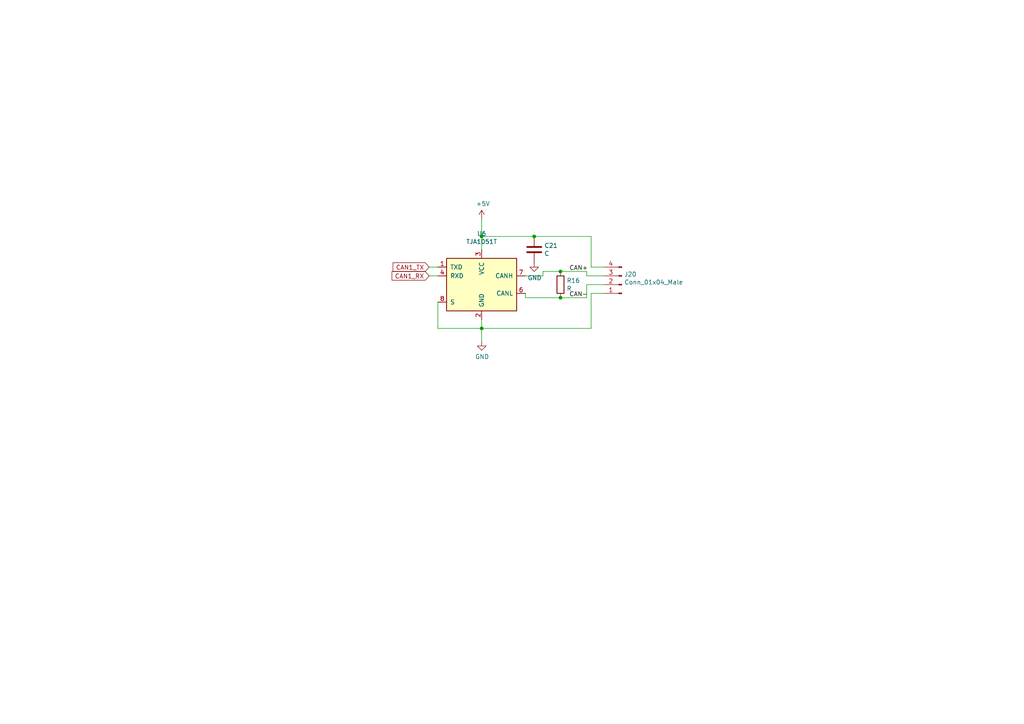
<source format=kicad_sch>
(kicad_sch (version 20211123) (generator eeschema)

  (uuid 9b471881-fc21-4b05-adec-dc41f60309e1)

  (paper "A4")

  (lib_symbols
    (symbol "Connector:Conn_01x04_Male" (pin_names (offset 1.016) hide) (in_bom yes) (on_board yes)
      (property "Reference" "J" (id 0) (at 0 5.08 0)
        (effects (font (size 1.27 1.27)))
      )
      (property "Value" "Conn_01x04_Male" (id 1) (at 0 -7.62 0)
        (effects (font (size 1.27 1.27)))
      )
      (property "Footprint" "" (id 2) (at 0 0 0)
        (effects (font (size 1.27 1.27)) hide)
      )
      (property "Datasheet" "~" (id 3) (at 0 0 0)
        (effects (font (size 1.27 1.27)) hide)
      )
      (property "ki_keywords" "connector" (id 4) (at 0 0 0)
        (effects (font (size 1.27 1.27)) hide)
      )
      (property "ki_description" "Generic connector, single row, 01x04, script generated (kicad-library-utils/schlib/autogen/connector/)" (id 5) (at 0 0 0)
        (effects (font (size 1.27 1.27)) hide)
      )
      (property "ki_fp_filters" "Connector*:*_1x??_*" (id 6) (at 0 0 0)
        (effects (font (size 1.27 1.27)) hide)
      )
      (symbol "Conn_01x04_Male_1_1"
        (polyline
          (pts
            (xy 1.27 -5.08)
            (xy 0.8636 -5.08)
          )
          (stroke (width 0.1524) (type default) (color 0 0 0 0))
          (fill (type none))
        )
        (polyline
          (pts
            (xy 1.27 -2.54)
            (xy 0.8636 -2.54)
          )
          (stroke (width 0.1524) (type default) (color 0 0 0 0))
          (fill (type none))
        )
        (polyline
          (pts
            (xy 1.27 0)
            (xy 0.8636 0)
          )
          (stroke (width 0.1524) (type default) (color 0 0 0 0))
          (fill (type none))
        )
        (polyline
          (pts
            (xy 1.27 2.54)
            (xy 0.8636 2.54)
          )
          (stroke (width 0.1524) (type default) (color 0 0 0 0))
          (fill (type none))
        )
        (rectangle (start 0.8636 -4.953) (end 0 -5.207)
          (stroke (width 0.1524) (type default) (color 0 0 0 0))
          (fill (type outline))
        )
        (rectangle (start 0.8636 -2.413) (end 0 -2.667)
          (stroke (width 0.1524) (type default) (color 0 0 0 0))
          (fill (type outline))
        )
        (rectangle (start 0.8636 0.127) (end 0 -0.127)
          (stroke (width 0.1524) (type default) (color 0 0 0 0))
          (fill (type outline))
        )
        (rectangle (start 0.8636 2.667) (end 0 2.413)
          (stroke (width 0.1524) (type default) (color 0 0 0 0))
          (fill (type outline))
        )
        (pin passive line (at 5.08 2.54 180) (length 3.81)
          (name "Pin_1" (effects (font (size 1.27 1.27))))
          (number "1" (effects (font (size 1.27 1.27))))
        )
        (pin passive line (at 5.08 0 180) (length 3.81)
          (name "Pin_2" (effects (font (size 1.27 1.27))))
          (number "2" (effects (font (size 1.27 1.27))))
        )
        (pin passive line (at 5.08 -2.54 180) (length 3.81)
          (name "Pin_3" (effects (font (size 1.27 1.27))))
          (number "3" (effects (font (size 1.27 1.27))))
        )
        (pin passive line (at 5.08 -5.08 180) (length 3.81)
          (name "Pin_4" (effects (font (size 1.27 1.27))))
          (number "4" (effects (font (size 1.27 1.27))))
        )
      )
    )
    (symbol "Device:C" (pin_numbers hide) (pin_names (offset 0.254)) (in_bom yes) (on_board yes)
      (property "Reference" "C" (id 0) (at 0.635 2.54 0)
        (effects (font (size 1.27 1.27)) (justify left))
      )
      (property "Value" "C" (id 1) (at 0.635 -2.54 0)
        (effects (font (size 1.27 1.27)) (justify left))
      )
      (property "Footprint" "" (id 2) (at 0.9652 -3.81 0)
        (effects (font (size 1.27 1.27)) hide)
      )
      (property "Datasheet" "~" (id 3) (at 0 0 0)
        (effects (font (size 1.27 1.27)) hide)
      )
      (property "ki_keywords" "cap capacitor" (id 4) (at 0 0 0)
        (effects (font (size 1.27 1.27)) hide)
      )
      (property "ki_description" "Unpolarized capacitor" (id 5) (at 0 0 0)
        (effects (font (size 1.27 1.27)) hide)
      )
      (property "ki_fp_filters" "C_*" (id 6) (at 0 0 0)
        (effects (font (size 1.27 1.27)) hide)
      )
      (symbol "C_0_1"
        (polyline
          (pts
            (xy -2.032 -0.762)
            (xy 2.032 -0.762)
          )
          (stroke (width 0.508) (type default) (color 0 0 0 0))
          (fill (type none))
        )
        (polyline
          (pts
            (xy -2.032 0.762)
            (xy 2.032 0.762)
          )
          (stroke (width 0.508) (type default) (color 0 0 0 0))
          (fill (type none))
        )
      )
      (symbol "C_1_1"
        (pin passive line (at 0 3.81 270) (length 2.794)
          (name "~" (effects (font (size 1.27 1.27))))
          (number "1" (effects (font (size 1.27 1.27))))
        )
        (pin passive line (at 0 -3.81 90) (length 2.794)
          (name "~" (effects (font (size 1.27 1.27))))
          (number "2" (effects (font (size 1.27 1.27))))
        )
      )
    )
    (symbol "Device:R" (pin_numbers hide) (pin_names (offset 0)) (in_bom yes) (on_board yes)
      (property "Reference" "R" (id 0) (at 2.032 0 90)
        (effects (font (size 1.27 1.27)))
      )
      (property "Value" "R" (id 1) (at 0 0 90)
        (effects (font (size 1.27 1.27)))
      )
      (property "Footprint" "" (id 2) (at -1.778 0 90)
        (effects (font (size 1.27 1.27)) hide)
      )
      (property "Datasheet" "~" (id 3) (at 0 0 0)
        (effects (font (size 1.27 1.27)) hide)
      )
      (property "ki_keywords" "R res resistor" (id 4) (at 0 0 0)
        (effects (font (size 1.27 1.27)) hide)
      )
      (property "ki_description" "Resistor" (id 5) (at 0 0 0)
        (effects (font (size 1.27 1.27)) hide)
      )
      (property "ki_fp_filters" "R_*" (id 6) (at 0 0 0)
        (effects (font (size 1.27 1.27)) hide)
      )
      (symbol "R_0_1"
        (rectangle (start -1.016 -2.54) (end 1.016 2.54)
          (stroke (width 0.254) (type default) (color 0 0 0 0))
          (fill (type none))
        )
      )
      (symbol "R_1_1"
        (pin passive line (at 0 3.81 270) (length 1.27)
          (name "~" (effects (font (size 1.27 1.27))))
          (number "1" (effects (font (size 1.27 1.27))))
        )
        (pin passive line (at 0 -3.81 90) (length 1.27)
          (name "~" (effects (font (size 1.27 1.27))))
          (number "2" (effects (font (size 1.27 1.27))))
        )
      )
    )
    (symbol "Interface_CAN_LIN:TJA1051T" (pin_names (offset 1.016)) (in_bom yes) (on_board yes)
      (property "Reference" "U" (id 0) (at -10.16 8.89 0)
        (effects (font (size 1.27 1.27)) (justify left))
      )
      (property "Value" "TJA1051T" (id 1) (at 1.27 8.89 0)
        (effects (font (size 1.27 1.27)) (justify left))
      )
      (property "Footprint" "Package_SO:SOIC-8_3.9x4.9mm_P1.27mm" (id 2) (at 0 -12.7 0)
        (effects (font (size 1.27 1.27) italic) hide)
      )
      (property "Datasheet" "http://www.nxp.com/documents/data_sheet/TJA1051.pdf" (id 3) (at 0 0 0)
        (effects (font (size 1.27 1.27)) hide)
      )
      (property "ki_keywords" "High-Speed CAN Transceiver" (id 4) (at 0 0 0)
        (effects (font (size 1.27 1.27)) hide)
      )
      (property "ki_description" "High-Speed CAN Transceiver, silent mode, SOIC-8" (id 5) (at 0 0 0)
        (effects (font (size 1.27 1.27)) hide)
      )
      (property "ki_fp_filters" "SOIC*3.9x4.9mm*P1.27mm*" (id 6) (at 0 0 0)
        (effects (font (size 1.27 1.27)) hide)
      )
      (symbol "TJA1051T_0_1"
        (rectangle (start -10.16 7.62) (end 10.16 -7.62)
          (stroke (width 0.254) (type default) (color 0 0 0 0))
          (fill (type background))
        )
      )
      (symbol "TJA1051T_1_1"
        (pin input line (at -12.7 5.08 0) (length 2.54)
          (name "TXD" (effects (font (size 1.27 1.27))))
          (number "1" (effects (font (size 1.27 1.27))))
        )
        (pin power_in line (at 0 -10.16 90) (length 2.54)
          (name "GND" (effects (font (size 1.27 1.27))))
          (number "2" (effects (font (size 1.27 1.27))))
        )
        (pin power_in line (at 0 10.16 270) (length 2.54)
          (name "VCC" (effects (font (size 1.27 1.27))))
          (number "3" (effects (font (size 1.27 1.27))))
        )
        (pin output line (at -12.7 2.54 0) (length 2.54)
          (name "RXD" (effects (font (size 1.27 1.27))))
          (number "4" (effects (font (size 1.27 1.27))))
        )
        (pin no_connect line (at -12.7 -2.54 0) (length 2.54) hide
          (name "n.c." (effects (font (size 1.27 1.27))))
          (number "5" (effects (font (size 1.27 1.27))))
        )
        (pin bidirectional line (at 12.7 -2.54 180) (length 2.54)
          (name "CANL" (effects (font (size 1.27 1.27))))
          (number "6" (effects (font (size 1.27 1.27))))
        )
        (pin bidirectional line (at 12.7 2.54 180) (length 2.54)
          (name "CANH" (effects (font (size 1.27 1.27))))
          (number "7" (effects (font (size 1.27 1.27))))
        )
        (pin input line (at -12.7 -5.08 0) (length 2.54)
          (name "S" (effects (font (size 1.27 1.27))))
          (number "8" (effects (font (size 1.27 1.27))))
        )
      )
    )
    (symbol "power:+5V" (power) (pin_names (offset 0)) (in_bom yes) (on_board yes)
      (property "Reference" "#PWR" (id 0) (at 0 -3.81 0)
        (effects (font (size 1.27 1.27)) hide)
      )
      (property "Value" "+5V" (id 1) (at 0 3.556 0)
        (effects (font (size 1.27 1.27)))
      )
      (property "Footprint" "" (id 2) (at 0 0 0)
        (effects (font (size 1.27 1.27)) hide)
      )
      (property "Datasheet" "" (id 3) (at 0 0 0)
        (effects (font (size 1.27 1.27)) hide)
      )
      (property "ki_keywords" "power-flag" (id 4) (at 0 0 0)
        (effects (font (size 1.27 1.27)) hide)
      )
      (property "ki_description" "Power symbol creates a global label with name \"+5V\"" (id 5) (at 0 0 0)
        (effects (font (size 1.27 1.27)) hide)
      )
      (symbol "+5V_0_1"
        (polyline
          (pts
            (xy -0.762 1.27)
            (xy 0 2.54)
          )
          (stroke (width 0) (type default) (color 0 0 0 0))
          (fill (type none))
        )
        (polyline
          (pts
            (xy 0 0)
            (xy 0 2.54)
          )
          (stroke (width 0) (type default) (color 0 0 0 0))
          (fill (type none))
        )
        (polyline
          (pts
            (xy 0 2.54)
            (xy 0.762 1.27)
          )
          (stroke (width 0) (type default) (color 0 0 0 0))
          (fill (type none))
        )
      )
      (symbol "+5V_1_1"
        (pin power_in line (at 0 0 90) (length 0) hide
          (name "+5V" (effects (font (size 1.27 1.27))))
          (number "1" (effects (font (size 1.27 1.27))))
        )
      )
    )
    (symbol "power:GND" (power) (pin_names (offset 0)) (in_bom yes) (on_board yes)
      (property "Reference" "#PWR" (id 0) (at 0 -6.35 0)
        (effects (font (size 1.27 1.27)) hide)
      )
      (property "Value" "GND" (id 1) (at 0 -3.81 0)
        (effects (font (size 1.27 1.27)))
      )
      (property "Footprint" "" (id 2) (at 0 0 0)
        (effects (font (size 1.27 1.27)) hide)
      )
      (property "Datasheet" "" (id 3) (at 0 0 0)
        (effects (font (size 1.27 1.27)) hide)
      )
      (property "ki_keywords" "power-flag" (id 4) (at 0 0 0)
        (effects (font (size 1.27 1.27)) hide)
      )
      (property "ki_description" "Power symbol creates a global label with name \"GND\" , ground" (id 5) (at 0 0 0)
        (effects (font (size 1.27 1.27)) hide)
      )
      (symbol "GND_0_1"
        (polyline
          (pts
            (xy 0 0)
            (xy 0 -1.27)
            (xy 1.27 -1.27)
            (xy 0 -2.54)
            (xy -1.27 -1.27)
            (xy 0 -1.27)
          )
          (stroke (width 0) (type default) (color 0 0 0 0))
          (fill (type none))
        )
      )
      (symbol "GND_1_1"
        (pin power_in line (at 0 0 270) (length 0) hide
          (name "GND" (effects (font (size 1.27 1.27))))
          (number "1" (effects (font (size 1.27 1.27))))
        )
      )
    )
  )

  (junction (at 139.7 95.25) (diameter 0) (color 0 0 0 0)
    (uuid 8b6d314f-d495-4b30-a461-b485dd39eca1)
  )
  (junction (at 154.94 68.58) (diameter 0) (color 0 0 0 0)
    (uuid 97b8553f-5d1f-4273-8870-b0ca5c88b608)
  )
  (junction (at 162.56 78.74) (diameter 0) (color 0 0 0 0)
    (uuid b33b9176-40c7-41df-a9cd-4026df9af055)
  )
  (junction (at 139.7 68.58) (diameter 0) (color 0 0 0 0)
    (uuid bec23e94-8db3-405a-bdab-01d876add979)
  )
  (junction (at 162.56 86.36) (diameter 0) (color 0 0 0 0)
    (uuid d58cc1ac-5dcb-4966-b276-0d9254c4b5a8)
  )

  (wire (pts (xy 139.7 68.58) (xy 139.7 72.39))
    (stroke (width 0) (type default) (color 0 0 0 0))
    (uuid 0e272b31-e3b8-4373-8f1a-43d036691c0d)
  )
  (wire (pts (xy 170.18 82.55) (xy 170.18 86.36))
    (stroke (width 0) (type default) (color 0 0 0 0))
    (uuid 17cb8feb-8b22-4b09-bc4f-d89749c0284e)
  )
  (wire (pts (xy 175.26 85.09) (xy 171.45 85.09))
    (stroke (width 0) (type default) (color 0 0 0 0))
    (uuid 1c8491a2-54aa-4142-84e5-160b2736a01f)
  )
  (wire (pts (xy 171.45 95.25) (xy 139.7 95.25))
    (stroke (width 0) (type default) (color 0 0 0 0))
    (uuid 236da810-1c67-4055-bb2c-cc6fac361d9e)
  )
  (wire (pts (xy 175.26 82.55) (xy 170.18 82.55))
    (stroke (width 0) (type default) (color 0 0 0 0))
    (uuid 2912d05f-2d61-4d29-9c2b-a94b7fd0b65c)
  )
  (wire (pts (xy 152.4 80.01) (xy 157.48 80.01))
    (stroke (width 0) (type default) (color 0 0 0 0))
    (uuid 30792813-6cdd-4d31-989e-7e0446dab0d7)
  )
  (wire (pts (xy 139.7 95.25) (xy 139.7 92.71))
    (stroke (width 0) (type default) (color 0 0 0 0))
    (uuid 343eef5a-0922-4dde-bf40-841e65819e33)
  )
  (wire (pts (xy 170.18 86.36) (xy 162.56 86.36))
    (stroke (width 0) (type default) (color 0 0 0 0))
    (uuid 34f28cbe-cf0a-4991-b093-61870d5f2f5f)
  )
  (wire (pts (xy 152.4 85.09) (xy 152.4 86.36))
    (stroke (width 0) (type default) (color 0 0 0 0))
    (uuid 5148bf4b-7d83-4b1a-b0a3-9a1cdc12e869)
  )
  (wire (pts (xy 171.45 68.58) (xy 154.94 68.58))
    (stroke (width 0) (type default) (color 0 0 0 0))
    (uuid 5a23efc9-5445-4369-92fe-a9a816d52f96)
  )
  (wire (pts (xy 124.46 77.47) (xy 127 77.47))
    (stroke (width 0) (type default) (color 0 0 0 0))
    (uuid 6b4c41d6-35b8-4c18-b786-0efc49494f28)
  )
  (wire (pts (xy 171.45 85.09) (xy 171.45 95.25))
    (stroke (width 0) (type default) (color 0 0 0 0))
    (uuid 6cceb9a2-09a3-43d1-ac04-5f36c62f785d)
  )
  (wire (pts (xy 157.48 80.01) (xy 157.48 78.74))
    (stroke (width 0) (type default) (color 0 0 0 0))
    (uuid 6dba4fef-8a35-4a2b-b380-d0fc1883eda1)
  )
  (wire (pts (xy 127 87.63) (xy 127 95.25))
    (stroke (width 0) (type default) (color 0 0 0 0))
    (uuid 6e0476c6-38e7-405e-ade8-904ab656b7ac)
  )
  (wire (pts (xy 170.18 80.01) (xy 175.26 80.01))
    (stroke (width 0) (type default) (color 0 0 0 0))
    (uuid 6e8b3d52-adb7-4359-9bfc-8e3347c2906c)
  )
  (wire (pts (xy 171.45 77.47) (xy 171.45 68.58))
    (stroke (width 0) (type default) (color 0 0 0 0))
    (uuid 8704d800-edc2-43df-b470-342a494a229d)
  )
  (wire (pts (xy 154.94 68.58) (xy 139.7 68.58))
    (stroke (width 0) (type default) (color 0 0 0 0))
    (uuid 8986b57a-ec75-429b-9a6a-57f7bc291162)
  )
  (wire (pts (xy 162.56 86.36) (xy 152.4 86.36))
    (stroke (width 0) (type default) (color 0 0 0 0))
    (uuid a732f813-32ea-4a71-b9f5-b62a68dce516)
  )
  (wire (pts (xy 170.18 78.74) (xy 170.18 80.01))
    (stroke (width 0) (type default) (color 0 0 0 0))
    (uuid a8abade8-d25e-4b90-a70e-ccd4069f3363)
  )
  (wire (pts (xy 127 95.25) (xy 139.7 95.25))
    (stroke (width 0) (type default) (color 0 0 0 0))
    (uuid aa376ec7-82d4-41e9-97a3-dc72f0cbf239)
  )
  (wire (pts (xy 162.56 78.74) (xy 170.18 78.74))
    (stroke (width 0) (type default) (color 0 0 0 0))
    (uuid bdfb496c-322c-4411-b818-a7d1040d598c)
  )
  (wire (pts (xy 175.26 77.47) (xy 171.45 77.47))
    (stroke (width 0) (type default) (color 0 0 0 0))
    (uuid c8451297-a872-42e7-8527-e29ae5e7c5fb)
  )
  (wire (pts (xy 157.48 78.74) (xy 162.56 78.74))
    (stroke (width 0) (type default) (color 0 0 0 0))
    (uuid da3e5e9d-6549-45fe-8ad4-4afa3efea8dc)
  )
  (wire (pts (xy 127 80.01) (xy 124.46 80.01))
    (stroke (width 0) (type default) (color 0 0 0 0))
    (uuid e30f3f13-3a95-4c1e-918b-877fb089a4f9)
  )
  (wire (pts (xy 139.7 99.06) (xy 139.7 95.25))
    (stroke (width 0) (type default) (color 0 0 0 0))
    (uuid f69089f1-628e-413f-9ad3-dd57a87dc366)
  )
  (wire (pts (xy 139.7 63.5) (xy 139.7 68.58))
    (stroke (width 0) (type default) (color 0 0 0 0))
    (uuid fff54fbc-b6bc-48ae-a01e-10d3b00fde47)
  )

  (label "CAN-" (at 165.1 86.36 0)
    (effects (font (size 1.27 1.27)) (justify left bottom))
    (uuid 217cef57-b784-4374-8101-c2ab0f764588)
  )
  (label "CAN+" (at 165.1 78.74 0)
    (effects (font (size 1.27 1.27)) (justify left bottom))
    (uuid 64e949ce-ee27-4c8c-bf29-6fc61c0a96bd)
  )

  (global_label "CAN1_RX" (shape input) (at 124.46 80.01 180) (fields_autoplaced)
    (effects (font (size 1.27 1.27)) (justify right))
    (uuid 35a3cbbc-ddf4-4729-86cf-0706037a8c86)
    (property "Intersheet References" "${INTERSHEET_REFS}" (id 0) (at 0 0 0)
      (effects (font (size 1.27 1.27)) hide)
    )
  )
  (global_label "CAN1_TX" (shape input) (at 124.46 77.47 180) (fields_autoplaced)
    (effects (font (size 1.27 1.27)) (justify right))
    (uuid da9c2b85-b518-4c03-9747-36a51843fa35)
    (property "Intersheet References" "${INTERSHEET_REFS}" (id 0) (at 0 0 0)
      (effects (font (size 1.27 1.27)) hide)
    )
  )

  (symbol (lib_id "Interface_CAN_LIN:TJA1051T") (at 139.7 82.55 0) (unit 1)
    (in_bom yes) (on_board yes)
    (uuid 00000000-0000-0000-0000-00005f2a383e)
    (property "Reference" "U6" (id 0) (at 139.7 67.7926 0))
    (property "Value" "TJA1051T" (id 1) (at 139.7 70.104 0))
    (property "Footprint" "Package_SO:SOIC-8_3.9x4.9mm_P1.27mm" (id 2) (at 139.7 95.25 0)
      (effects (font (size 1.27 1.27) italic) hide)
    )
    (property "Datasheet" "http://www.nxp.com/documents/data_sheet/TJA1051.pdf" (id 3) (at 139.7 82.55 0)
      (effects (font (size 1.27 1.27)) hide)
    )
    (pin "1" (uuid 11519670-dc48-4196-a618-24c9df09c85c))
    (pin "2" (uuid ed737f66-9748-42bc-ae9b-e25189654928))
    (pin "3" (uuid 7f2d0126-e829-463e-97db-8a0df1af040e))
    (pin "4" (uuid e000505e-5f95-42fe-9c74-f3c0bdef015d))
    (pin "5" (uuid 1aa0e5a3-00e1-4642-b2ee-8e9a36f79e51))
    (pin "6" (uuid 495b8e2c-1e51-4d2b-8e10-876c62528684))
    (pin "7" (uuid 794c314a-13c9-4cd6-a7e3-cf6e96084f92))
    (pin "8" (uuid 7df04175-2af8-4778-b299-f76d162bde0b))
  )

  (symbol (lib_id "power:+5V") (at 139.7 63.5 0) (unit 1)
    (in_bom yes) (on_board yes)
    (uuid 00000000-0000-0000-0000-00005f2a3bbd)
    (property "Reference" "#PWR0180" (id 0) (at 139.7 67.31 0)
      (effects (font (size 1.27 1.27)) hide)
    )
    (property "Value" "+5V" (id 1) (at 140.081 59.1058 0))
    (property "Footprint" "" (id 2) (at 139.7 63.5 0)
      (effects (font (size 1.27 1.27)) hide)
    )
    (property "Datasheet" "" (id 3) (at 139.7 63.5 0)
      (effects (font (size 1.27 1.27)) hide)
    )
    (pin "1" (uuid b44608b8-1af9-4123-89e9-8ce1ba119410))
  )

  (symbol (lib_id "power:GND") (at 139.7 99.06 0) (unit 1)
    (in_bom yes) (on_board yes)
    (uuid 00000000-0000-0000-0000-00005f2a3e7c)
    (property "Reference" "#PWR0181" (id 0) (at 139.7 105.41 0)
      (effects (font (size 1.27 1.27)) hide)
    )
    (property "Value" "GND" (id 1) (at 139.827 103.4542 0))
    (property "Footprint" "" (id 2) (at 139.7 99.06 0)
      (effects (font (size 1.27 1.27)) hide)
    )
    (property "Datasheet" "" (id 3) (at 139.7 99.06 0)
      (effects (font (size 1.27 1.27)) hide)
    )
    (pin "1" (uuid be25f5e6-de07-4965-a667-eb5ea72eb339))
  )

  (symbol (lib_id "Connector:Conn_01x04_Male") (at 180.34 82.55 180) (unit 1)
    (in_bom yes) (on_board yes)
    (uuid 00000000-0000-0000-0000-00005f2a4519)
    (property "Reference" "J20" (id 0) (at 181.0512 79.5528 0)
      (effects (font (size 1.27 1.27)) (justify right))
    )
    (property "Value" "Conn_01x04_Male" (id 1) (at 181.0512 81.8642 0)
      (effects (font (size 1.27 1.27)) (justify right))
    )
    (property "Footprint" "Connector_JST:JST_SH_SM04B-SRSS-TB_1x04-1MP_P1.00mm_Horizontal" (id 2) (at 180.34 82.55 0)
      (effects (font (size 1.27 1.27)) hide)
    )
    (property "Datasheet" "~" (id 3) (at 180.34 82.55 0)
      (effects (font (size 1.27 1.27)) hide)
    )
    (pin "1" (uuid 25dd5a76-1300-4807-b8b8-9278492ae243))
    (pin "2" (uuid d76cd1f4-8919-4bf3-a86c-420b1cb48369))
    (pin "3" (uuid cd5cfd49-6503-4059-8b07-470b2b607886))
    (pin "4" (uuid c6adaee8-e26a-4c6d-b268-ea13f1c8ea83))
  )

  (symbol (lib_id "Device:C") (at 154.94 72.39 0) (unit 1)
    (in_bom yes) (on_board yes)
    (uuid 00000000-0000-0000-0000-00005f2a5998)
    (property "Reference" "C21" (id 0) (at 157.861 71.2216 0)
      (effects (font (size 1.27 1.27)) (justify left))
    )
    (property "Value" "C" (id 1) (at 157.861 73.533 0)
      (effects (font (size 1.27 1.27)) (justify left))
    )
    (property "Footprint" "Capacitor_SMD:C_0603_1608Metric" (id 2) (at 155.9052 76.2 0)
      (effects (font (size 1.27 1.27)) hide)
    )
    (property "Datasheet" "~" (id 3) (at 154.94 72.39 0)
      (effects (font (size 1.27 1.27)) hide)
    )
    (pin "1" (uuid ab902d64-13f5-4da2-8052-baaf6d7351d1))
    (pin "2" (uuid d215552a-bbb8-416f-8860-8585289c9fbd))
  )

  (symbol (lib_id "power:GND") (at 154.94 76.2 0) (unit 1)
    (in_bom yes) (on_board yes)
    (uuid 00000000-0000-0000-0000-00005f2a601d)
    (property "Reference" "#PWR0163" (id 0) (at 154.94 82.55 0)
      (effects (font (size 1.27 1.27)) hide)
    )
    (property "Value" "GND" (id 1) (at 155.067 80.5942 0))
    (property "Footprint" "" (id 2) (at 154.94 76.2 0)
      (effects (font (size 1.27 1.27)) hide)
    )
    (property "Datasheet" "" (id 3) (at 154.94 76.2 0)
      (effects (font (size 1.27 1.27)) hide)
    )
    (pin "1" (uuid 377b2795-1168-4752-ab42-807470bb7a49))
  )

  (symbol (lib_id "Device:R") (at 162.56 82.55 0) (unit 1)
    (in_bom yes) (on_board yes)
    (uuid 00000000-0000-0000-0000-00005f307595)
    (property "Reference" "R16" (id 0) (at 164.338 81.3816 0)
      (effects (font (size 1.27 1.27)) (justify left))
    )
    (property "Value" "R" (id 1) (at 164.338 83.693 0)
      (effects (font (size 1.27 1.27)) (justify left))
    )
    (property "Footprint" "Capacitor_SMD:C_0603_1608Metric" (id 2) (at 160.782 82.55 90)
      (effects (font (size 1.27 1.27)) hide)
    )
    (property "Datasheet" "~" (id 3) (at 162.56 82.55 0)
      (effects (font (size 1.27 1.27)) hide)
    )
    (pin "1" (uuid ed8b9a66-4386-4da2-ae90-d6cd75ac1cfa))
    (pin "2" (uuid 9ac98d20-5296-4ef8-9b31-247a14cba23c))
  )
)

</source>
